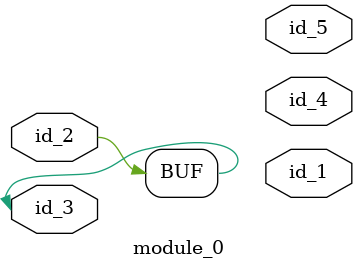
<source format=v>
`timescale 1ps / 1ps
module module_0 (
    id_1,
    id_2,
    id_3,
    id_4,
    id_5
);
  output id_5;
  output id_4;
  inout id_3;
  inout id_2;
  output id_1;
  always @(id_3 or 1'd0) id_2 = {id_2, id_3};
endmodule

</source>
